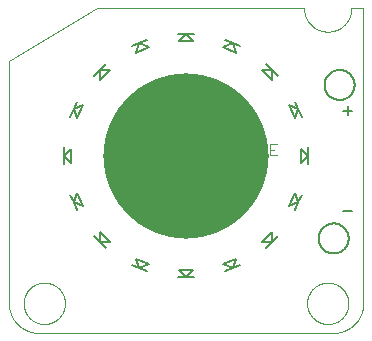
<source format=gto>
G75*
%MOIN*%
%OFA0B0*%
%FSLAX25Y25*%
%IPPOS*%
%LPD*%
%AMOC8*
5,1,8,0,0,1.08239X$1,22.5*
%
%ADD10C,0.00000*%
%ADD11C,0.55118*%
%ADD12C,0.00300*%
%ADD13C,0.00800*%
%ADD14C,0.00500*%
D10*
X0013205Y0005000D02*
X0111630Y0005000D01*
X0111868Y0005003D01*
X0112106Y0005011D01*
X0112343Y0005026D01*
X0112580Y0005046D01*
X0112816Y0005072D01*
X0113052Y0005103D01*
X0113287Y0005140D01*
X0113521Y0005183D01*
X0113754Y0005232D01*
X0113986Y0005286D01*
X0114216Y0005346D01*
X0114445Y0005411D01*
X0114672Y0005482D01*
X0114897Y0005558D01*
X0115120Y0005640D01*
X0115342Y0005727D01*
X0115561Y0005819D01*
X0115778Y0005917D01*
X0115992Y0006019D01*
X0116204Y0006127D01*
X0116414Y0006241D01*
X0116620Y0006359D01*
X0116824Y0006482D01*
X0117024Y0006610D01*
X0117221Y0006742D01*
X0117416Y0006880D01*
X0117606Y0007022D01*
X0117794Y0007169D01*
X0117977Y0007320D01*
X0118157Y0007475D01*
X0118333Y0007635D01*
X0118505Y0007799D01*
X0118674Y0007968D01*
X0118838Y0008140D01*
X0118998Y0008316D01*
X0119153Y0008496D01*
X0119304Y0008679D01*
X0119451Y0008867D01*
X0119593Y0009057D01*
X0119731Y0009252D01*
X0119863Y0009449D01*
X0119991Y0009649D01*
X0120114Y0009853D01*
X0120232Y0010059D01*
X0120346Y0010269D01*
X0120454Y0010481D01*
X0120556Y0010695D01*
X0120654Y0010912D01*
X0120746Y0011131D01*
X0120833Y0011353D01*
X0120915Y0011576D01*
X0120991Y0011801D01*
X0121062Y0012028D01*
X0121127Y0012257D01*
X0121187Y0012487D01*
X0121241Y0012719D01*
X0121290Y0012952D01*
X0121333Y0013186D01*
X0121370Y0013421D01*
X0121401Y0013657D01*
X0121427Y0013893D01*
X0121447Y0014130D01*
X0121462Y0014367D01*
X0121470Y0014605D01*
X0121473Y0014843D01*
X0121472Y0014843D02*
X0121472Y0113268D01*
X0117535Y0113268D01*
X0117533Y0113076D01*
X0117526Y0112885D01*
X0117514Y0112693D01*
X0117498Y0112502D01*
X0117477Y0112312D01*
X0117451Y0112122D01*
X0117421Y0111932D01*
X0117386Y0111744D01*
X0117347Y0111556D01*
X0117303Y0111369D01*
X0117254Y0111184D01*
X0117201Y0111000D01*
X0117144Y0110817D01*
X0117082Y0110635D01*
X0117015Y0110455D01*
X0116945Y0110277D01*
X0116870Y0110100D01*
X0116790Y0109926D01*
X0116707Y0109753D01*
X0116619Y0109583D01*
X0116528Y0109414D01*
X0116432Y0109248D01*
X0116332Y0109085D01*
X0116228Y0108923D01*
X0116120Y0108765D01*
X0116009Y0108609D01*
X0115893Y0108456D01*
X0115774Y0108305D01*
X0115652Y0108158D01*
X0115525Y0108014D01*
X0115396Y0107872D01*
X0115263Y0107734D01*
X0115126Y0107599D01*
X0114986Y0107468D01*
X0114844Y0107340D01*
X0114698Y0107216D01*
X0114549Y0107095D01*
X0114397Y0106978D01*
X0114243Y0106864D01*
X0114085Y0106754D01*
X0113925Y0106649D01*
X0113763Y0106547D01*
X0113598Y0106449D01*
X0113431Y0106355D01*
X0113261Y0106265D01*
X0113090Y0106180D01*
X0112916Y0106098D01*
X0112741Y0106021D01*
X0112563Y0105948D01*
X0112384Y0105880D01*
X0112203Y0105816D01*
X0112021Y0105756D01*
X0111838Y0105701D01*
X0111653Y0105650D01*
X0111467Y0105604D01*
X0111279Y0105562D01*
X0111091Y0105525D01*
X0110902Y0105492D01*
X0110713Y0105465D01*
X0110522Y0105441D01*
X0110331Y0105423D01*
X0110140Y0105409D01*
X0109949Y0105399D01*
X0109757Y0105395D01*
X0109565Y0105395D01*
X0109373Y0105399D01*
X0109182Y0105409D01*
X0108991Y0105423D01*
X0108800Y0105441D01*
X0108609Y0105465D01*
X0108420Y0105492D01*
X0108231Y0105525D01*
X0108043Y0105562D01*
X0107855Y0105604D01*
X0107669Y0105650D01*
X0107484Y0105701D01*
X0107301Y0105756D01*
X0107119Y0105816D01*
X0106938Y0105880D01*
X0106759Y0105948D01*
X0106581Y0106021D01*
X0106406Y0106098D01*
X0106232Y0106180D01*
X0106061Y0106265D01*
X0105891Y0106355D01*
X0105724Y0106449D01*
X0105559Y0106547D01*
X0105397Y0106649D01*
X0105237Y0106754D01*
X0105079Y0106864D01*
X0104925Y0106978D01*
X0104773Y0107095D01*
X0104624Y0107216D01*
X0104478Y0107340D01*
X0104336Y0107468D01*
X0104196Y0107599D01*
X0104059Y0107734D01*
X0103926Y0107872D01*
X0103797Y0108014D01*
X0103670Y0108158D01*
X0103548Y0108305D01*
X0103429Y0108456D01*
X0103313Y0108609D01*
X0103202Y0108765D01*
X0103094Y0108923D01*
X0102990Y0109085D01*
X0102890Y0109248D01*
X0102794Y0109414D01*
X0102703Y0109583D01*
X0102615Y0109753D01*
X0102532Y0109926D01*
X0102452Y0110100D01*
X0102377Y0110277D01*
X0102307Y0110455D01*
X0102240Y0110635D01*
X0102178Y0110817D01*
X0102121Y0111000D01*
X0102068Y0111184D01*
X0102019Y0111369D01*
X0101975Y0111556D01*
X0101936Y0111744D01*
X0101901Y0111932D01*
X0101871Y0112122D01*
X0101845Y0112312D01*
X0101824Y0112502D01*
X0101808Y0112693D01*
X0101796Y0112885D01*
X0101789Y0113076D01*
X0101787Y0113268D01*
X0032890Y0113268D01*
X0003362Y0095551D01*
X0003362Y0014843D01*
X0003365Y0014605D01*
X0003373Y0014367D01*
X0003388Y0014130D01*
X0003408Y0013893D01*
X0003434Y0013657D01*
X0003465Y0013421D01*
X0003502Y0013186D01*
X0003545Y0012952D01*
X0003594Y0012719D01*
X0003648Y0012487D01*
X0003708Y0012257D01*
X0003773Y0012028D01*
X0003844Y0011801D01*
X0003920Y0011576D01*
X0004002Y0011353D01*
X0004089Y0011131D01*
X0004181Y0010912D01*
X0004279Y0010695D01*
X0004381Y0010481D01*
X0004489Y0010269D01*
X0004603Y0010059D01*
X0004721Y0009853D01*
X0004844Y0009649D01*
X0004972Y0009449D01*
X0005104Y0009252D01*
X0005242Y0009057D01*
X0005384Y0008867D01*
X0005531Y0008679D01*
X0005682Y0008496D01*
X0005837Y0008316D01*
X0005997Y0008140D01*
X0006161Y0007968D01*
X0006330Y0007799D01*
X0006502Y0007635D01*
X0006678Y0007475D01*
X0006858Y0007320D01*
X0007041Y0007169D01*
X0007229Y0007022D01*
X0007419Y0006880D01*
X0007614Y0006742D01*
X0007811Y0006610D01*
X0008011Y0006482D01*
X0008215Y0006359D01*
X0008421Y0006241D01*
X0008631Y0006127D01*
X0008843Y0006019D01*
X0009057Y0005917D01*
X0009274Y0005819D01*
X0009493Y0005727D01*
X0009715Y0005640D01*
X0009938Y0005558D01*
X0010163Y0005482D01*
X0010390Y0005411D01*
X0010619Y0005346D01*
X0010849Y0005286D01*
X0011081Y0005232D01*
X0011314Y0005183D01*
X0011548Y0005140D01*
X0011783Y0005103D01*
X0012019Y0005072D01*
X0012255Y0005046D01*
X0012492Y0005026D01*
X0012729Y0005011D01*
X0012967Y0005003D01*
X0013205Y0005000D01*
X0008283Y0014843D02*
X0008285Y0015012D01*
X0008291Y0015181D01*
X0008302Y0015350D01*
X0008316Y0015518D01*
X0008335Y0015686D01*
X0008358Y0015854D01*
X0008384Y0016021D01*
X0008415Y0016187D01*
X0008450Y0016353D01*
X0008489Y0016517D01*
X0008533Y0016681D01*
X0008580Y0016843D01*
X0008631Y0017004D01*
X0008686Y0017164D01*
X0008745Y0017323D01*
X0008807Y0017480D01*
X0008874Y0017635D01*
X0008945Y0017789D01*
X0009019Y0017941D01*
X0009097Y0018091D01*
X0009178Y0018239D01*
X0009263Y0018385D01*
X0009352Y0018529D01*
X0009444Y0018671D01*
X0009540Y0018810D01*
X0009639Y0018947D01*
X0009741Y0019082D01*
X0009847Y0019214D01*
X0009956Y0019343D01*
X0010068Y0019470D01*
X0010183Y0019594D01*
X0010301Y0019715D01*
X0010422Y0019833D01*
X0010546Y0019948D01*
X0010673Y0020060D01*
X0010802Y0020169D01*
X0010934Y0020275D01*
X0011069Y0020377D01*
X0011206Y0020476D01*
X0011345Y0020572D01*
X0011487Y0020664D01*
X0011631Y0020753D01*
X0011777Y0020838D01*
X0011925Y0020919D01*
X0012075Y0020997D01*
X0012227Y0021071D01*
X0012381Y0021142D01*
X0012536Y0021209D01*
X0012693Y0021271D01*
X0012852Y0021330D01*
X0013012Y0021385D01*
X0013173Y0021436D01*
X0013335Y0021483D01*
X0013499Y0021527D01*
X0013663Y0021566D01*
X0013829Y0021601D01*
X0013995Y0021632D01*
X0014162Y0021658D01*
X0014330Y0021681D01*
X0014498Y0021700D01*
X0014666Y0021714D01*
X0014835Y0021725D01*
X0015004Y0021731D01*
X0015173Y0021733D01*
X0015342Y0021731D01*
X0015511Y0021725D01*
X0015680Y0021714D01*
X0015848Y0021700D01*
X0016016Y0021681D01*
X0016184Y0021658D01*
X0016351Y0021632D01*
X0016517Y0021601D01*
X0016683Y0021566D01*
X0016847Y0021527D01*
X0017011Y0021483D01*
X0017173Y0021436D01*
X0017334Y0021385D01*
X0017494Y0021330D01*
X0017653Y0021271D01*
X0017810Y0021209D01*
X0017965Y0021142D01*
X0018119Y0021071D01*
X0018271Y0020997D01*
X0018421Y0020919D01*
X0018569Y0020838D01*
X0018715Y0020753D01*
X0018859Y0020664D01*
X0019001Y0020572D01*
X0019140Y0020476D01*
X0019277Y0020377D01*
X0019412Y0020275D01*
X0019544Y0020169D01*
X0019673Y0020060D01*
X0019800Y0019948D01*
X0019924Y0019833D01*
X0020045Y0019715D01*
X0020163Y0019594D01*
X0020278Y0019470D01*
X0020390Y0019343D01*
X0020499Y0019214D01*
X0020605Y0019082D01*
X0020707Y0018947D01*
X0020806Y0018810D01*
X0020902Y0018671D01*
X0020994Y0018529D01*
X0021083Y0018385D01*
X0021168Y0018239D01*
X0021249Y0018091D01*
X0021327Y0017941D01*
X0021401Y0017789D01*
X0021472Y0017635D01*
X0021539Y0017480D01*
X0021601Y0017323D01*
X0021660Y0017164D01*
X0021715Y0017004D01*
X0021766Y0016843D01*
X0021813Y0016681D01*
X0021857Y0016517D01*
X0021896Y0016353D01*
X0021931Y0016187D01*
X0021962Y0016021D01*
X0021988Y0015854D01*
X0022011Y0015686D01*
X0022030Y0015518D01*
X0022044Y0015350D01*
X0022055Y0015181D01*
X0022061Y0015012D01*
X0022063Y0014843D01*
X0022061Y0014674D01*
X0022055Y0014505D01*
X0022044Y0014336D01*
X0022030Y0014168D01*
X0022011Y0014000D01*
X0021988Y0013832D01*
X0021962Y0013665D01*
X0021931Y0013499D01*
X0021896Y0013333D01*
X0021857Y0013169D01*
X0021813Y0013005D01*
X0021766Y0012843D01*
X0021715Y0012682D01*
X0021660Y0012522D01*
X0021601Y0012363D01*
X0021539Y0012206D01*
X0021472Y0012051D01*
X0021401Y0011897D01*
X0021327Y0011745D01*
X0021249Y0011595D01*
X0021168Y0011447D01*
X0021083Y0011301D01*
X0020994Y0011157D01*
X0020902Y0011015D01*
X0020806Y0010876D01*
X0020707Y0010739D01*
X0020605Y0010604D01*
X0020499Y0010472D01*
X0020390Y0010343D01*
X0020278Y0010216D01*
X0020163Y0010092D01*
X0020045Y0009971D01*
X0019924Y0009853D01*
X0019800Y0009738D01*
X0019673Y0009626D01*
X0019544Y0009517D01*
X0019412Y0009411D01*
X0019277Y0009309D01*
X0019140Y0009210D01*
X0019001Y0009114D01*
X0018859Y0009022D01*
X0018715Y0008933D01*
X0018569Y0008848D01*
X0018421Y0008767D01*
X0018271Y0008689D01*
X0018119Y0008615D01*
X0017965Y0008544D01*
X0017810Y0008477D01*
X0017653Y0008415D01*
X0017494Y0008356D01*
X0017334Y0008301D01*
X0017173Y0008250D01*
X0017011Y0008203D01*
X0016847Y0008159D01*
X0016683Y0008120D01*
X0016517Y0008085D01*
X0016351Y0008054D01*
X0016184Y0008028D01*
X0016016Y0008005D01*
X0015848Y0007986D01*
X0015680Y0007972D01*
X0015511Y0007961D01*
X0015342Y0007955D01*
X0015173Y0007953D01*
X0015004Y0007955D01*
X0014835Y0007961D01*
X0014666Y0007972D01*
X0014498Y0007986D01*
X0014330Y0008005D01*
X0014162Y0008028D01*
X0013995Y0008054D01*
X0013829Y0008085D01*
X0013663Y0008120D01*
X0013499Y0008159D01*
X0013335Y0008203D01*
X0013173Y0008250D01*
X0013012Y0008301D01*
X0012852Y0008356D01*
X0012693Y0008415D01*
X0012536Y0008477D01*
X0012381Y0008544D01*
X0012227Y0008615D01*
X0012075Y0008689D01*
X0011925Y0008767D01*
X0011777Y0008848D01*
X0011631Y0008933D01*
X0011487Y0009022D01*
X0011345Y0009114D01*
X0011206Y0009210D01*
X0011069Y0009309D01*
X0010934Y0009411D01*
X0010802Y0009517D01*
X0010673Y0009626D01*
X0010546Y0009738D01*
X0010422Y0009853D01*
X0010301Y0009971D01*
X0010183Y0010092D01*
X0010068Y0010216D01*
X0009956Y0010343D01*
X0009847Y0010472D01*
X0009741Y0010604D01*
X0009639Y0010739D01*
X0009540Y0010876D01*
X0009444Y0011015D01*
X0009352Y0011157D01*
X0009263Y0011301D01*
X0009178Y0011447D01*
X0009097Y0011595D01*
X0009019Y0011745D01*
X0008945Y0011897D01*
X0008874Y0012051D01*
X0008807Y0012206D01*
X0008745Y0012363D01*
X0008686Y0012522D01*
X0008631Y0012682D01*
X0008580Y0012843D01*
X0008533Y0013005D01*
X0008489Y0013169D01*
X0008450Y0013333D01*
X0008415Y0013499D01*
X0008384Y0013665D01*
X0008358Y0013832D01*
X0008335Y0014000D01*
X0008316Y0014168D01*
X0008302Y0014336D01*
X0008291Y0014505D01*
X0008285Y0014674D01*
X0008283Y0014843D01*
X0102771Y0014843D02*
X0102773Y0015012D01*
X0102779Y0015181D01*
X0102790Y0015350D01*
X0102804Y0015518D01*
X0102823Y0015686D01*
X0102846Y0015854D01*
X0102872Y0016021D01*
X0102903Y0016187D01*
X0102938Y0016353D01*
X0102977Y0016517D01*
X0103021Y0016681D01*
X0103068Y0016843D01*
X0103119Y0017004D01*
X0103174Y0017164D01*
X0103233Y0017323D01*
X0103295Y0017480D01*
X0103362Y0017635D01*
X0103433Y0017789D01*
X0103507Y0017941D01*
X0103585Y0018091D01*
X0103666Y0018239D01*
X0103751Y0018385D01*
X0103840Y0018529D01*
X0103932Y0018671D01*
X0104028Y0018810D01*
X0104127Y0018947D01*
X0104229Y0019082D01*
X0104335Y0019214D01*
X0104444Y0019343D01*
X0104556Y0019470D01*
X0104671Y0019594D01*
X0104789Y0019715D01*
X0104910Y0019833D01*
X0105034Y0019948D01*
X0105161Y0020060D01*
X0105290Y0020169D01*
X0105422Y0020275D01*
X0105557Y0020377D01*
X0105694Y0020476D01*
X0105833Y0020572D01*
X0105975Y0020664D01*
X0106119Y0020753D01*
X0106265Y0020838D01*
X0106413Y0020919D01*
X0106563Y0020997D01*
X0106715Y0021071D01*
X0106869Y0021142D01*
X0107024Y0021209D01*
X0107181Y0021271D01*
X0107340Y0021330D01*
X0107500Y0021385D01*
X0107661Y0021436D01*
X0107823Y0021483D01*
X0107987Y0021527D01*
X0108151Y0021566D01*
X0108317Y0021601D01*
X0108483Y0021632D01*
X0108650Y0021658D01*
X0108818Y0021681D01*
X0108986Y0021700D01*
X0109154Y0021714D01*
X0109323Y0021725D01*
X0109492Y0021731D01*
X0109661Y0021733D01*
X0109830Y0021731D01*
X0109999Y0021725D01*
X0110168Y0021714D01*
X0110336Y0021700D01*
X0110504Y0021681D01*
X0110672Y0021658D01*
X0110839Y0021632D01*
X0111005Y0021601D01*
X0111171Y0021566D01*
X0111335Y0021527D01*
X0111499Y0021483D01*
X0111661Y0021436D01*
X0111822Y0021385D01*
X0111982Y0021330D01*
X0112141Y0021271D01*
X0112298Y0021209D01*
X0112453Y0021142D01*
X0112607Y0021071D01*
X0112759Y0020997D01*
X0112909Y0020919D01*
X0113057Y0020838D01*
X0113203Y0020753D01*
X0113347Y0020664D01*
X0113489Y0020572D01*
X0113628Y0020476D01*
X0113765Y0020377D01*
X0113900Y0020275D01*
X0114032Y0020169D01*
X0114161Y0020060D01*
X0114288Y0019948D01*
X0114412Y0019833D01*
X0114533Y0019715D01*
X0114651Y0019594D01*
X0114766Y0019470D01*
X0114878Y0019343D01*
X0114987Y0019214D01*
X0115093Y0019082D01*
X0115195Y0018947D01*
X0115294Y0018810D01*
X0115390Y0018671D01*
X0115482Y0018529D01*
X0115571Y0018385D01*
X0115656Y0018239D01*
X0115737Y0018091D01*
X0115815Y0017941D01*
X0115889Y0017789D01*
X0115960Y0017635D01*
X0116027Y0017480D01*
X0116089Y0017323D01*
X0116148Y0017164D01*
X0116203Y0017004D01*
X0116254Y0016843D01*
X0116301Y0016681D01*
X0116345Y0016517D01*
X0116384Y0016353D01*
X0116419Y0016187D01*
X0116450Y0016021D01*
X0116476Y0015854D01*
X0116499Y0015686D01*
X0116518Y0015518D01*
X0116532Y0015350D01*
X0116543Y0015181D01*
X0116549Y0015012D01*
X0116551Y0014843D01*
X0116549Y0014674D01*
X0116543Y0014505D01*
X0116532Y0014336D01*
X0116518Y0014168D01*
X0116499Y0014000D01*
X0116476Y0013832D01*
X0116450Y0013665D01*
X0116419Y0013499D01*
X0116384Y0013333D01*
X0116345Y0013169D01*
X0116301Y0013005D01*
X0116254Y0012843D01*
X0116203Y0012682D01*
X0116148Y0012522D01*
X0116089Y0012363D01*
X0116027Y0012206D01*
X0115960Y0012051D01*
X0115889Y0011897D01*
X0115815Y0011745D01*
X0115737Y0011595D01*
X0115656Y0011447D01*
X0115571Y0011301D01*
X0115482Y0011157D01*
X0115390Y0011015D01*
X0115294Y0010876D01*
X0115195Y0010739D01*
X0115093Y0010604D01*
X0114987Y0010472D01*
X0114878Y0010343D01*
X0114766Y0010216D01*
X0114651Y0010092D01*
X0114533Y0009971D01*
X0114412Y0009853D01*
X0114288Y0009738D01*
X0114161Y0009626D01*
X0114032Y0009517D01*
X0113900Y0009411D01*
X0113765Y0009309D01*
X0113628Y0009210D01*
X0113489Y0009114D01*
X0113347Y0009022D01*
X0113203Y0008933D01*
X0113057Y0008848D01*
X0112909Y0008767D01*
X0112759Y0008689D01*
X0112607Y0008615D01*
X0112453Y0008544D01*
X0112298Y0008477D01*
X0112141Y0008415D01*
X0111982Y0008356D01*
X0111822Y0008301D01*
X0111661Y0008250D01*
X0111499Y0008203D01*
X0111335Y0008159D01*
X0111171Y0008120D01*
X0111005Y0008085D01*
X0110839Y0008054D01*
X0110672Y0008028D01*
X0110504Y0008005D01*
X0110336Y0007986D01*
X0110168Y0007972D01*
X0109999Y0007961D01*
X0109830Y0007955D01*
X0109661Y0007953D01*
X0109492Y0007955D01*
X0109323Y0007961D01*
X0109154Y0007972D01*
X0108986Y0007986D01*
X0108818Y0008005D01*
X0108650Y0008028D01*
X0108483Y0008054D01*
X0108317Y0008085D01*
X0108151Y0008120D01*
X0107987Y0008159D01*
X0107823Y0008203D01*
X0107661Y0008250D01*
X0107500Y0008301D01*
X0107340Y0008356D01*
X0107181Y0008415D01*
X0107024Y0008477D01*
X0106869Y0008544D01*
X0106715Y0008615D01*
X0106563Y0008689D01*
X0106413Y0008767D01*
X0106265Y0008848D01*
X0106119Y0008933D01*
X0105975Y0009022D01*
X0105833Y0009114D01*
X0105694Y0009210D01*
X0105557Y0009309D01*
X0105422Y0009411D01*
X0105290Y0009517D01*
X0105161Y0009626D01*
X0105034Y0009738D01*
X0104910Y0009853D01*
X0104789Y0009971D01*
X0104671Y0010092D01*
X0104556Y0010216D01*
X0104444Y0010343D01*
X0104335Y0010472D01*
X0104229Y0010604D01*
X0104127Y0010739D01*
X0104028Y0010876D01*
X0103932Y0011015D01*
X0103840Y0011157D01*
X0103751Y0011301D01*
X0103666Y0011447D01*
X0103585Y0011595D01*
X0103507Y0011745D01*
X0103433Y0011897D01*
X0103362Y0012051D01*
X0103295Y0012206D01*
X0103233Y0012363D01*
X0103174Y0012522D01*
X0103119Y0012682D01*
X0103068Y0012843D01*
X0103021Y0013005D01*
X0102977Y0013169D01*
X0102938Y0013333D01*
X0102903Y0013499D01*
X0102872Y0013665D01*
X0102846Y0013832D01*
X0102823Y0014000D01*
X0102804Y0014168D01*
X0102790Y0014336D01*
X0102779Y0014505D01*
X0102773Y0014674D01*
X0102771Y0014843D01*
D11*
X0062417Y0064055D03*
D12*
X0061456Y0064205D02*
X0061456Y0067845D01*
X0063276Y0067845D01*
X0063883Y0067239D01*
X0063883Y0066025D01*
X0063276Y0065418D01*
X0061456Y0065418D01*
X0062670Y0065418D02*
X0063883Y0064205D01*
X0065081Y0064205D02*
X0067508Y0064205D01*
X0068706Y0064205D02*
X0068706Y0066632D01*
X0069920Y0067845D01*
X0071133Y0066632D01*
X0071133Y0064205D01*
X0071133Y0066025D02*
X0068706Y0066025D01*
X0067508Y0067845D02*
X0065081Y0067845D01*
X0065081Y0064205D01*
X0065081Y0066025D02*
X0066295Y0066025D01*
X0066295Y0061940D02*
X0067508Y0060726D01*
X0067508Y0058300D01*
X0068706Y0058300D02*
X0069920Y0059513D01*
X0071133Y0058300D01*
X0071133Y0061940D01*
X0072332Y0060726D02*
X0073545Y0061940D01*
X0074758Y0060726D01*
X0074758Y0058300D01*
X0077170Y0058300D02*
X0077170Y0060120D01*
X0078383Y0061333D01*
X0078383Y0061940D01*
X0079582Y0062546D02*
X0079582Y0060120D01*
X0079582Y0058906D02*
X0079582Y0058300D01*
X0077170Y0060120D02*
X0075957Y0061333D01*
X0075957Y0061940D01*
X0074758Y0060120D02*
X0072332Y0060120D01*
X0072332Y0060726D02*
X0072332Y0058300D01*
X0068706Y0058300D02*
X0068706Y0061940D01*
X0067508Y0060120D02*
X0065081Y0060120D01*
X0065081Y0060726D02*
X0066295Y0061940D01*
X0065081Y0060726D02*
X0065081Y0058300D01*
X0060258Y0058906D02*
X0060258Y0061333D01*
X0059651Y0061940D01*
X0057831Y0061940D01*
X0057831Y0058300D01*
X0059651Y0058300D01*
X0060258Y0058906D01*
X0056633Y0058300D02*
X0054206Y0058300D01*
X0054206Y0061940D01*
X0056633Y0061940D01*
X0055419Y0060120D02*
X0054206Y0060120D01*
X0053008Y0058300D02*
X0050581Y0058300D01*
X0050581Y0061940D01*
X0051187Y0064205D02*
X0050581Y0064812D01*
X0051187Y0064205D02*
X0052401Y0064205D01*
X0053008Y0064812D01*
X0053008Y0065418D01*
X0052401Y0066025D01*
X0051187Y0066025D01*
X0050581Y0066632D01*
X0050581Y0067239D01*
X0051187Y0067845D01*
X0052401Y0067845D01*
X0053008Y0067239D01*
X0049377Y0067845D02*
X0048164Y0067845D01*
X0048771Y0067845D02*
X0048771Y0064205D01*
X0049377Y0064205D02*
X0048164Y0064205D01*
X0046966Y0064205D02*
X0046966Y0067845D01*
X0046966Y0066025D02*
X0044539Y0066025D01*
X0044539Y0064205D02*
X0044539Y0067845D01*
X0043341Y0067845D02*
X0040914Y0067845D01*
X0042127Y0067845D02*
X0042127Y0064205D01*
X0040914Y0061940D02*
X0042127Y0060726D01*
X0043341Y0061940D01*
X0043341Y0058300D01*
X0044539Y0058300D02*
X0045752Y0058300D01*
X0045146Y0058300D02*
X0045146Y0061940D01*
X0045752Y0061940D02*
X0044539Y0061940D01*
X0046956Y0061940D02*
X0046956Y0058300D01*
X0049382Y0058300D01*
X0040914Y0058300D02*
X0040914Y0061940D01*
X0057831Y0064205D02*
X0057831Y0066632D01*
X0059044Y0067845D01*
X0060258Y0066632D01*
X0060258Y0064205D01*
X0060258Y0066025D02*
X0057831Y0066025D01*
X0075957Y0067845D02*
X0078383Y0067845D01*
X0077170Y0067845D02*
X0077170Y0064205D01*
X0079582Y0064812D02*
X0080189Y0064205D01*
X0081402Y0064205D01*
X0082009Y0064812D01*
X0082009Y0067239D01*
X0081402Y0067845D01*
X0080189Y0067845D01*
X0079582Y0067239D01*
X0079582Y0064812D01*
X0086832Y0064205D02*
X0088652Y0064205D01*
X0089259Y0064812D01*
X0089259Y0065418D01*
X0088652Y0066025D01*
X0086832Y0066025D01*
X0086832Y0064205D02*
X0086832Y0067845D01*
X0088652Y0067845D01*
X0089259Y0067239D01*
X0089259Y0066632D01*
X0088652Y0066025D01*
X0090457Y0066025D02*
X0091671Y0066025D01*
X0092884Y0067845D02*
X0090457Y0067845D01*
X0090457Y0064205D01*
X0092884Y0064205D01*
D13*
X0100606Y0066417D02*
X0100606Y0061693D01*
X0102969Y0064055D01*
X0100606Y0066417D01*
X0102969Y0066811D02*
X0102969Y0064055D01*
X0102969Y0061299D01*
X0100937Y0051082D02*
X0099883Y0048536D01*
X0096796Y0047258D01*
X0098604Y0051623D01*
X0099883Y0048536D01*
X0098828Y0045990D01*
X0091091Y0038722D02*
X0087750Y0035381D01*
X0091091Y0035381D01*
X0091091Y0038722D01*
X0093040Y0037330D02*
X0091091Y0035381D01*
X0089142Y0033433D01*
X0080482Y0027645D02*
X0077936Y0026590D01*
X0074850Y0027868D01*
X0079215Y0029676D01*
X0077936Y0026590D01*
X0075390Y0025535D01*
X0065173Y0023504D02*
X0062417Y0023504D01*
X0060055Y0025866D01*
X0064780Y0025866D01*
X0062417Y0023504D01*
X0059661Y0023504D01*
X0049445Y0025535D02*
X0046898Y0026590D01*
X0045620Y0029676D01*
X0049985Y0027868D01*
X0046898Y0026590D01*
X0044352Y0027645D01*
X0035692Y0033433D02*
X0033744Y0035381D01*
X0033744Y0038722D01*
X0037084Y0035381D01*
X0033744Y0035381D01*
X0031795Y0037330D01*
X0026007Y0045990D02*
X0024952Y0048536D01*
X0026231Y0051623D01*
X0028038Y0047258D01*
X0024952Y0048536D01*
X0023897Y0051082D01*
X0021866Y0061299D02*
X0021866Y0064055D01*
X0024228Y0066417D01*
X0024228Y0061693D01*
X0021866Y0064055D01*
X0021866Y0066811D01*
X0026231Y0076488D02*
X0028038Y0080852D01*
X0024952Y0079574D01*
X0026231Y0076488D01*
X0023897Y0077028D02*
X0024952Y0079574D01*
X0026007Y0082120D01*
X0033744Y0089388D02*
X0037084Y0092729D01*
X0033744Y0092729D01*
X0033744Y0089388D01*
X0031795Y0090780D02*
X0033744Y0092729D01*
X0035692Y0094678D01*
X0044352Y0100466D02*
X0046898Y0101520D01*
X0049985Y0100242D01*
X0045620Y0098434D01*
X0046898Y0101520D01*
X0049445Y0102575D01*
X0059661Y0104606D02*
X0062417Y0104606D01*
X0064780Y0102244D01*
X0060055Y0102244D01*
X0062417Y0104606D01*
X0065173Y0104606D01*
X0075390Y0102575D02*
X0077936Y0101520D01*
X0079215Y0098434D01*
X0074850Y0100242D01*
X0077936Y0101520D01*
X0080482Y0100466D01*
X0089142Y0094678D02*
X0091091Y0092729D01*
X0091091Y0089388D01*
X0087750Y0092729D01*
X0091091Y0092729D01*
X0093040Y0090780D01*
X0098828Y0082120D02*
X0099883Y0079574D01*
X0098604Y0076488D01*
X0096796Y0080852D01*
X0099883Y0079574D01*
X0100937Y0077028D01*
D14*
X0114754Y0078963D02*
X0117756Y0078963D01*
X0116255Y0080464D02*
X0116255Y0077461D01*
X0108598Y0087677D02*
X0108600Y0087818D01*
X0108606Y0087959D01*
X0108616Y0088099D01*
X0108630Y0088239D01*
X0108648Y0088379D01*
X0108669Y0088518D01*
X0108695Y0088657D01*
X0108724Y0088795D01*
X0108758Y0088931D01*
X0108795Y0089067D01*
X0108836Y0089202D01*
X0108881Y0089336D01*
X0108930Y0089468D01*
X0108982Y0089599D01*
X0109038Y0089728D01*
X0109098Y0089855D01*
X0109161Y0089981D01*
X0109227Y0090105D01*
X0109298Y0090228D01*
X0109371Y0090348D01*
X0109448Y0090466D01*
X0109528Y0090582D01*
X0109612Y0090695D01*
X0109698Y0090806D01*
X0109788Y0090915D01*
X0109881Y0091021D01*
X0109976Y0091124D01*
X0110075Y0091225D01*
X0110176Y0091323D01*
X0110280Y0091418D01*
X0110387Y0091510D01*
X0110496Y0091599D01*
X0110608Y0091684D01*
X0110722Y0091767D01*
X0110838Y0091847D01*
X0110957Y0091923D01*
X0111078Y0091995D01*
X0111200Y0092065D01*
X0111325Y0092130D01*
X0111451Y0092193D01*
X0111579Y0092251D01*
X0111709Y0092306D01*
X0111840Y0092358D01*
X0111973Y0092405D01*
X0112107Y0092449D01*
X0112242Y0092490D01*
X0112378Y0092526D01*
X0112515Y0092558D01*
X0112653Y0092587D01*
X0112791Y0092612D01*
X0112931Y0092632D01*
X0113071Y0092649D01*
X0113211Y0092662D01*
X0113352Y0092671D01*
X0113492Y0092676D01*
X0113633Y0092677D01*
X0113774Y0092674D01*
X0113915Y0092667D01*
X0114055Y0092656D01*
X0114195Y0092641D01*
X0114335Y0092622D01*
X0114474Y0092600D01*
X0114612Y0092573D01*
X0114750Y0092543D01*
X0114886Y0092508D01*
X0115022Y0092470D01*
X0115156Y0092428D01*
X0115290Y0092382D01*
X0115422Y0092333D01*
X0115552Y0092279D01*
X0115681Y0092222D01*
X0115808Y0092162D01*
X0115934Y0092098D01*
X0116057Y0092030D01*
X0116179Y0091959D01*
X0116299Y0091885D01*
X0116416Y0091807D01*
X0116531Y0091726D01*
X0116644Y0091642D01*
X0116755Y0091555D01*
X0116863Y0091464D01*
X0116968Y0091371D01*
X0117071Y0091274D01*
X0117171Y0091175D01*
X0117268Y0091073D01*
X0117362Y0090968D01*
X0117453Y0090861D01*
X0117541Y0090751D01*
X0117626Y0090639D01*
X0117708Y0090524D01*
X0117787Y0090407D01*
X0117862Y0090288D01*
X0117934Y0090167D01*
X0118002Y0090044D01*
X0118067Y0089919D01*
X0118129Y0089792D01*
X0118186Y0089663D01*
X0118241Y0089533D01*
X0118291Y0089402D01*
X0118338Y0089269D01*
X0118381Y0089135D01*
X0118420Y0088999D01*
X0118455Y0088863D01*
X0118487Y0088726D01*
X0118514Y0088588D01*
X0118538Y0088449D01*
X0118558Y0088309D01*
X0118574Y0088169D01*
X0118586Y0088029D01*
X0118594Y0087888D01*
X0118598Y0087747D01*
X0118598Y0087607D01*
X0118594Y0087466D01*
X0118586Y0087325D01*
X0118574Y0087185D01*
X0118558Y0087045D01*
X0118538Y0086905D01*
X0118514Y0086766D01*
X0118487Y0086628D01*
X0118455Y0086491D01*
X0118420Y0086355D01*
X0118381Y0086219D01*
X0118338Y0086085D01*
X0118291Y0085952D01*
X0118241Y0085821D01*
X0118186Y0085691D01*
X0118129Y0085562D01*
X0118067Y0085435D01*
X0118002Y0085310D01*
X0117934Y0085187D01*
X0117862Y0085066D01*
X0117787Y0084947D01*
X0117708Y0084830D01*
X0117626Y0084715D01*
X0117541Y0084603D01*
X0117453Y0084493D01*
X0117362Y0084386D01*
X0117268Y0084281D01*
X0117171Y0084179D01*
X0117071Y0084080D01*
X0116968Y0083983D01*
X0116863Y0083890D01*
X0116755Y0083799D01*
X0116644Y0083712D01*
X0116531Y0083628D01*
X0116416Y0083547D01*
X0116299Y0083469D01*
X0116179Y0083395D01*
X0116057Y0083324D01*
X0115934Y0083256D01*
X0115808Y0083192D01*
X0115681Y0083132D01*
X0115552Y0083075D01*
X0115422Y0083021D01*
X0115290Y0082972D01*
X0115156Y0082926D01*
X0115022Y0082884D01*
X0114886Y0082846D01*
X0114750Y0082811D01*
X0114612Y0082781D01*
X0114474Y0082754D01*
X0114335Y0082732D01*
X0114195Y0082713D01*
X0114055Y0082698D01*
X0113915Y0082687D01*
X0113774Y0082680D01*
X0113633Y0082677D01*
X0113492Y0082678D01*
X0113352Y0082683D01*
X0113211Y0082692D01*
X0113071Y0082705D01*
X0112931Y0082722D01*
X0112791Y0082742D01*
X0112653Y0082767D01*
X0112515Y0082796D01*
X0112378Y0082828D01*
X0112242Y0082864D01*
X0112107Y0082905D01*
X0111973Y0082949D01*
X0111840Y0082996D01*
X0111709Y0083048D01*
X0111579Y0083103D01*
X0111451Y0083161D01*
X0111325Y0083224D01*
X0111200Y0083289D01*
X0111078Y0083359D01*
X0110957Y0083431D01*
X0110838Y0083507D01*
X0110722Y0083587D01*
X0110608Y0083670D01*
X0110496Y0083755D01*
X0110387Y0083844D01*
X0110280Y0083936D01*
X0110176Y0084031D01*
X0110075Y0084129D01*
X0109976Y0084230D01*
X0109881Y0084333D01*
X0109788Y0084439D01*
X0109698Y0084548D01*
X0109612Y0084659D01*
X0109528Y0084772D01*
X0109448Y0084888D01*
X0109371Y0085006D01*
X0109298Y0085126D01*
X0109227Y0085249D01*
X0109161Y0085373D01*
X0109098Y0085499D01*
X0109038Y0085626D01*
X0108982Y0085755D01*
X0108930Y0085886D01*
X0108881Y0086018D01*
X0108836Y0086152D01*
X0108795Y0086287D01*
X0108758Y0086423D01*
X0108724Y0086559D01*
X0108695Y0086697D01*
X0108669Y0086836D01*
X0108648Y0086975D01*
X0108630Y0087115D01*
X0108616Y0087255D01*
X0108606Y0087395D01*
X0108600Y0087536D01*
X0108598Y0087677D01*
X0114754Y0045498D02*
X0117756Y0045498D01*
X0106630Y0036496D02*
X0106632Y0036637D01*
X0106638Y0036778D01*
X0106648Y0036918D01*
X0106662Y0037058D01*
X0106680Y0037198D01*
X0106701Y0037337D01*
X0106727Y0037476D01*
X0106756Y0037614D01*
X0106790Y0037750D01*
X0106827Y0037886D01*
X0106868Y0038021D01*
X0106913Y0038155D01*
X0106962Y0038287D01*
X0107014Y0038418D01*
X0107070Y0038547D01*
X0107130Y0038674D01*
X0107193Y0038800D01*
X0107259Y0038924D01*
X0107330Y0039047D01*
X0107403Y0039167D01*
X0107480Y0039285D01*
X0107560Y0039401D01*
X0107644Y0039514D01*
X0107730Y0039625D01*
X0107820Y0039734D01*
X0107913Y0039840D01*
X0108008Y0039943D01*
X0108107Y0040044D01*
X0108208Y0040142D01*
X0108312Y0040237D01*
X0108419Y0040329D01*
X0108528Y0040418D01*
X0108640Y0040503D01*
X0108754Y0040586D01*
X0108870Y0040666D01*
X0108989Y0040742D01*
X0109110Y0040814D01*
X0109232Y0040884D01*
X0109357Y0040949D01*
X0109483Y0041012D01*
X0109611Y0041070D01*
X0109741Y0041125D01*
X0109872Y0041177D01*
X0110005Y0041224D01*
X0110139Y0041268D01*
X0110274Y0041309D01*
X0110410Y0041345D01*
X0110547Y0041377D01*
X0110685Y0041406D01*
X0110823Y0041431D01*
X0110963Y0041451D01*
X0111103Y0041468D01*
X0111243Y0041481D01*
X0111384Y0041490D01*
X0111524Y0041495D01*
X0111665Y0041496D01*
X0111806Y0041493D01*
X0111947Y0041486D01*
X0112087Y0041475D01*
X0112227Y0041460D01*
X0112367Y0041441D01*
X0112506Y0041419D01*
X0112644Y0041392D01*
X0112782Y0041362D01*
X0112918Y0041327D01*
X0113054Y0041289D01*
X0113188Y0041247D01*
X0113322Y0041201D01*
X0113454Y0041152D01*
X0113584Y0041098D01*
X0113713Y0041041D01*
X0113840Y0040981D01*
X0113966Y0040917D01*
X0114089Y0040849D01*
X0114211Y0040778D01*
X0114331Y0040704D01*
X0114448Y0040626D01*
X0114563Y0040545D01*
X0114676Y0040461D01*
X0114787Y0040374D01*
X0114895Y0040283D01*
X0115000Y0040190D01*
X0115103Y0040093D01*
X0115203Y0039994D01*
X0115300Y0039892D01*
X0115394Y0039787D01*
X0115485Y0039680D01*
X0115573Y0039570D01*
X0115658Y0039458D01*
X0115740Y0039343D01*
X0115819Y0039226D01*
X0115894Y0039107D01*
X0115966Y0038986D01*
X0116034Y0038863D01*
X0116099Y0038738D01*
X0116161Y0038611D01*
X0116218Y0038482D01*
X0116273Y0038352D01*
X0116323Y0038221D01*
X0116370Y0038088D01*
X0116413Y0037954D01*
X0116452Y0037818D01*
X0116487Y0037682D01*
X0116519Y0037545D01*
X0116546Y0037407D01*
X0116570Y0037268D01*
X0116590Y0037128D01*
X0116606Y0036988D01*
X0116618Y0036848D01*
X0116626Y0036707D01*
X0116630Y0036566D01*
X0116630Y0036426D01*
X0116626Y0036285D01*
X0116618Y0036144D01*
X0116606Y0036004D01*
X0116590Y0035864D01*
X0116570Y0035724D01*
X0116546Y0035585D01*
X0116519Y0035447D01*
X0116487Y0035310D01*
X0116452Y0035174D01*
X0116413Y0035038D01*
X0116370Y0034904D01*
X0116323Y0034771D01*
X0116273Y0034640D01*
X0116218Y0034510D01*
X0116161Y0034381D01*
X0116099Y0034254D01*
X0116034Y0034129D01*
X0115966Y0034006D01*
X0115894Y0033885D01*
X0115819Y0033766D01*
X0115740Y0033649D01*
X0115658Y0033534D01*
X0115573Y0033422D01*
X0115485Y0033312D01*
X0115394Y0033205D01*
X0115300Y0033100D01*
X0115203Y0032998D01*
X0115103Y0032899D01*
X0115000Y0032802D01*
X0114895Y0032709D01*
X0114787Y0032618D01*
X0114676Y0032531D01*
X0114563Y0032447D01*
X0114448Y0032366D01*
X0114331Y0032288D01*
X0114211Y0032214D01*
X0114089Y0032143D01*
X0113966Y0032075D01*
X0113840Y0032011D01*
X0113713Y0031951D01*
X0113584Y0031894D01*
X0113454Y0031840D01*
X0113322Y0031791D01*
X0113188Y0031745D01*
X0113054Y0031703D01*
X0112918Y0031665D01*
X0112782Y0031630D01*
X0112644Y0031600D01*
X0112506Y0031573D01*
X0112367Y0031551D01*
X0112227Y0031532D01*
X0112087Y0031517D01*
X0111947Y0031506D01*
X0111806Y0031499D01*
X0111665Y0031496D01*
X0111524Y0031497D01*
X0111384Y0031502D01*
X0111243Y0031511D01*
X0111103Y0031524D01*
X0110963Y0031541D01*
X0110823Y0031561D01*
X0110685Y0031586D01*
X0110547Y0031615D01*
X0110410Y0031647D01*
X0110274Y0031683D01*
X0110139Y0031724D01*
X0110005Y0031768D01*
X0109872Y0031815D01*
X0109741Y0031867D01*
X0109611Y0031922D01*
X0109483Y0031980D01*
X0109357Y0032043D01*
X0109232Y0032108D01*
X0109110Y0032178D01*
X0108989Y0032250D01*
X0108870Y0032326D01*
X0108754Y0032406D01*
X0108640Y0032489D01*
X0108528Y0032574D01*
X0108419Y0032663D01*
X0108312Y0032755D01*
X0108208Y0032850D01*
X0108107Y0032948D01*
X0108008Y0033049D01*
X0107913Y0033152D01*
X0107820Y0033258D01*
X0107730Y0033367D01*
X0107644Y0033478D01*
X0107560Y0033591D01*
X0107480Y0033707D01*
X0107403Y0033825D01*
X0107330Y0033945D01*
X0107259Y0034068D01*
X0107193Y0034192D01*
X0107130Y0034318D01*
X0107070Y0034445D01*
X0107014Y0034574D01*
X0106962Y0034705D01*
X0106913Y0034837D01*
X0106868Y0034971D01*
X0106827Y0035106D01*
X0106790Y0035242D01*
X0106756Y0035378D01*
X0106727Y0035516D01*
X0106701Y0035655D01*
X0106680Y0035794D01*
X0106662Y0035934D01*
X0106648Y0036074D01*
X0106638Y0036214D01*
X0106632Y0036355D01*
X0106630Y0036496D01*
M02*

</source>
